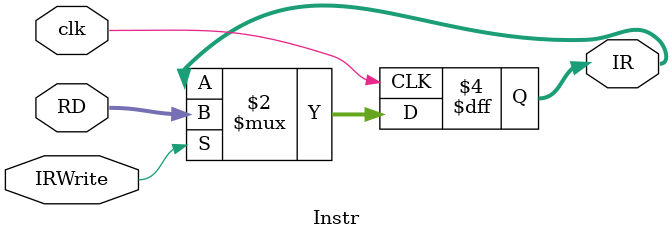
<source format=v>
`timescale 1ns / 1ps


module Instr(
input IRWrite,
input clk,
input [31:0]RD,
output reg [31:0]IR
    );
	always@(posedge clk)
	if (IRWrite)
	IR<=RD;
endmodule

</source>
